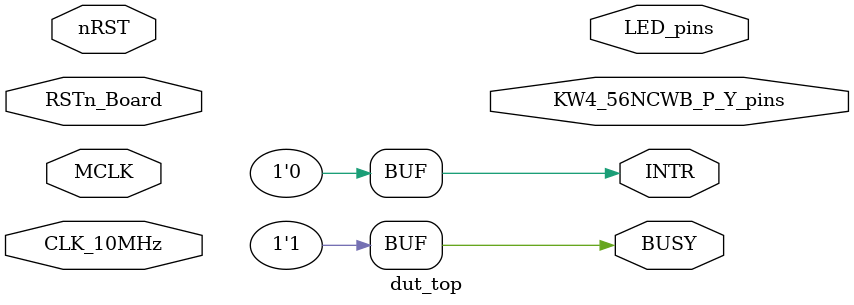
<source format=v>
`timescale 1ns/1ns
`include "template/StarterKit/includes.vh"

module dut_top (
	input						MCLK,				// clock
	input						nRST,				// reset (active low)
	output						BUSY,				// processor is busy
	output						INTR,				// interrupt signal

	input						RSTn_Board,			// board reset button (active low)
	input						CLK_10MHz,			// 10 MHz ocilator clock
	output	[7:0]				LED_pins,			// LED pins
	output	[13:0]				KW4_56NCWB_P_Y_pins	// Quadruple Digit Numeric Displays (Model # : KW4_56NCWB_P_Y)
);

assign	BUSY	= 1'b1;
assign	INTR	= 1'b0;

endmodule

</source>
